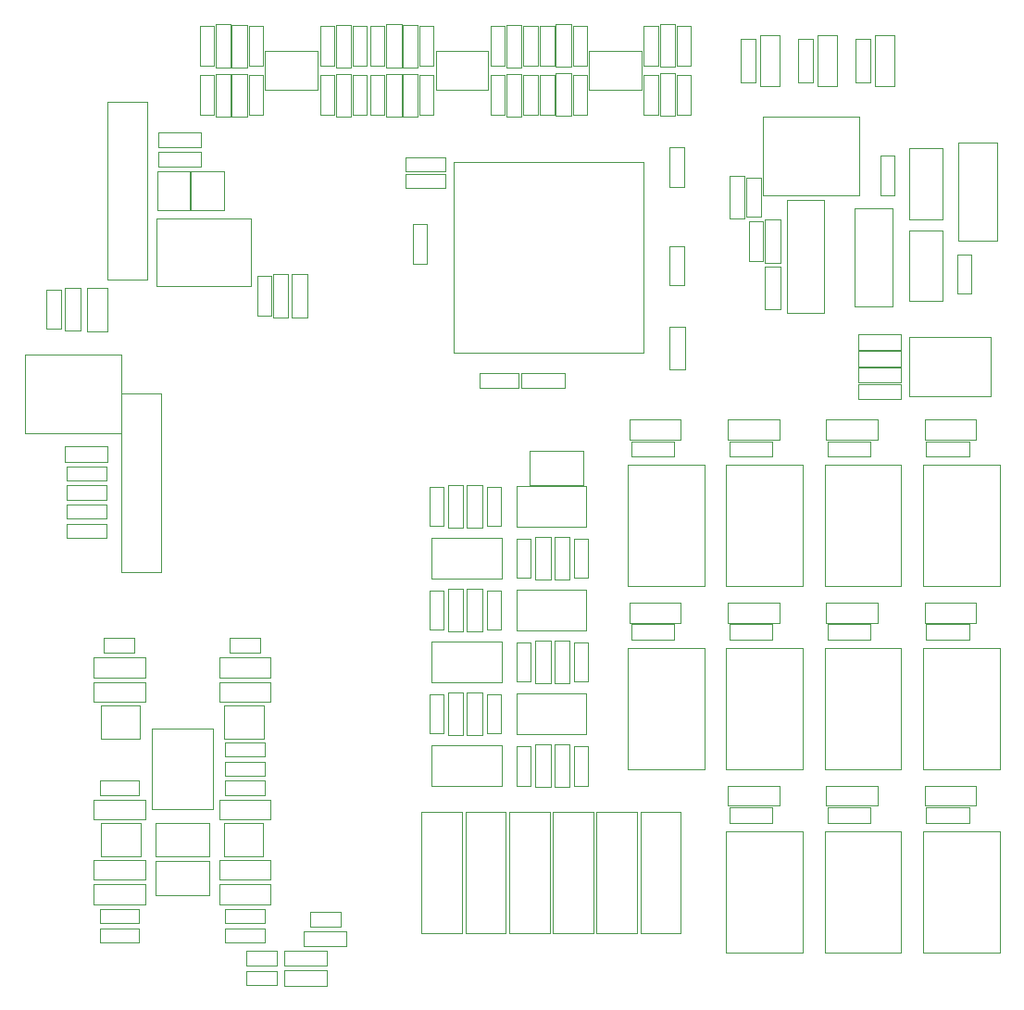
<source format=gbr>
G04 #@! TF.FileFunction,Other,User*
%FSLAX46Y46*%
G04 Gerber Fmt 4.6, Leading zero omitted, Abs format (unit mm)*
G04 Created by KiCad (PCBNEW 4.0.2-stable) date 26.04.2018 20:03:19*
%MOMM*%
G01*
G04 APERTURE LIST*
%ADD10C,0.100000*%
%ADD11C,0.050000*%
G04 APERTURE END LIST*
D10*
D11*
X59950000Y-88450000D02*
X59950000Y-104750000D01*
X59950000Y-104750000D02*
X63550000Y-104750000D01*
X63550000Y-104750000D02*
X63550000Y-88450000D01*
X63550000Y-88450000D02*
X59950000Y-88450000D01*
X96100000Y-114800000D02*
X96100000Y-111200000D01*
X96100000Y-114800000D02*
X97400000Y-114800000D01*
X97400000Y-111200000D02*
X96100000Y-111200000D01*
X97400000Y-111200000D02*
X97400000Y-114800000D01*
X94650000Y-115950000D02*
X94650000Y-119550000D01*
X94650000Y-115950000D02*
X93350000Y-115950000D01*
X93350000Y-119550000D02*
X94650000Y-119550000D01*
X93350000Y-119550000D02*
X93350000Y-115950000D01*
X101350000Y-114800000D02*
X101350000Y-111200000D01*
X101350000Y-114800000D02*
X102650000Y-114800000D01*
X102650000Y-111200000D02*
X101350000Y-111200000D01*
X102650000Y-111200000D02*
X102650000Y-114800000D01*
X89400000Y-115950000D02*
X89400000Y-119550000D01*
X89400000Y-115950000D02*
X88100000Y-115950000D01*
X88100000Y-119550000D02*
X89400000Y-119550000D01*
X88100000Y-119550000D02*
X88100000Y-115950000D01*
X94650000Y-96950000D02*
X94650000Y-100550000D01*
X94650000Y-96950000D02*
X93350000Y-96950000D01*
X93350000Y-100550000D02*
X94650000Y-100550000D01*
X93350000Y-100550000D02*
X93350000Y-96950000D01*
X96100000Y-105300000D02*
X96100000Y-101700000D01*
X96100000Y-105300000D02*
X97400000Y-105300000D01*
X97400000Y-101700000D02*
X96100000Y-101700000D01*
X97400000Y-101700000D02*
X97400000Y-105300000D01*
X89400000Y-96950000D02*
X89400000Y-100550000D01*
X89400000Y-96950000D02*
X88100000Y-96950000D01*
X88100000Y-100550000D02*
X89400000Y-100550000D01*
X88100000Y-100550000D02*
X88100000Y-96950000D01*
X101350000Y-105300000D02*
X101350000Y-101700000D01*
X101350000Y-105300000D02*
X102650000Y-105300000D01*
X102650000Y-101700000D02*
X101350000Y-101700000D01*
X102650000Y-101700000D02*
X102650000Y-105300000D01*
X96100000Y-124300000D02*
X96100000Y-120700000D01*
X96100000Y-124300000D02*
X97400000Y-124300000D01*
X97400000Y-120700000D02*
X96100000Y-120700000D01*
X97400000Y-120700000D02*
X97400000Y-124300000D01*
X94650000Y-106450000D02*
X94650000Y-110050000D01*
X94650000Y-106450000D02*
X93350000Y-106450000D01*
X93350000Y-110050000D02*
X94650000Y-110050000D01*
X93350000Y-110050000D02*
X93350000Y-106450000D01*
X101350000Y-124300000D02*
X101350000Y-120700000D01*
X101350000Y-124300000D02*
X102650000Y-124300000D01*
X102650000Y-120700000D02*
X101350000Y-120700000D01*
X102650000Y-120700000D02*
X102650000Y-124300000D01*
X89400000Y-106450000D02*
X89400000Y-110050000D01*
X89400000Y-106450000D02*
X88100000Y-106450000D01*
X88100000Y-110050000D02*
X89400000Y-110050000D01*
X88100000Y-110050000D02*
X88100000Y-106450000D01*
X132000000Y-80000000D02*
X132000000Y-73500000D01*
X132000000Y-80000000D02*
X135000000Y-80000000D01*
X135000000Y-73500000D02*
X132000000Y-73500000D01*
X135000000Y-73500000D02*
X135000000Y-80000000D01*
X136350000Y-79300000D02*
X136350000Y-75700000D01*
X136350000Y-79300000D02*
X137650000Y-79300000D01*
X137650000Y-75700000D02*
X136350000Y-75700000D01*
X137650000Y-75700000D02*
X137650000Y-79300000D01*
X130650000Y-66700000D02*
X130650000Y-70300000D01*
X130650000Y-66700000D02*
X129350000Y-66700000D01*
X129350000Y-70300000D02*
X130650000Y-70300000D01*
X129350000Y-70300000D02*
X129350000Y-66700000D01*
X135000000Y-66000000D02*
X135000000Y-72500000D01*
X135000000Y-66000000D02*
X132000000Y-66000000D01*
X132000000Y-72500000D02*
X135000000Y-72500000D01*
X132000000Y-72500000D02*
X132000000Y-66000000D01*
X69450000Y-135600000D02*
X73050000Y-135600000D01*
X69450000Y-135600000D02*
X69450000Y-136900000D01*
X73050000Y-136900000D02*
X73050000Y-135600000D01*
X73050000Y-136900000D02*
X69450000Y-136900000D01*
X61550000Y-136900000D02*
X57950000Y-136900000D01*
X61550000Y-136900000D02*
X61550000Y-135600000D01*
X57950000Y-135600000D02*
X57950000Y-136900000D01*
X57950000Y-135600000D02*
X61550000Y-135600000D01*
X69450000Y-137350000D02*
X73050000Y-137350000D01*
X69450000Y-137350000D02*
X69450000Y-138650000D01*
X73050000Y-138650000D02*
X73050000Y-137350000D01*
X73050000Y-138650000D02*
X69450000Y-138650000D01*
X61550000Y-138650000D02*
X57950000Y-138650000D01*
X61550000Y-138650000D02*
X61550000Y-137350000D01*
X57950000Y-137350000D02*
X57950000Y-138650000D01*
X57950000Y-137350000D02*
X61550000Y-137350000D01*
X69450000Y-122100000D02*
X73050000Y-122100000D01*
X69450000Y-122100000D02*
X69450000Y-123400000D01*
X73050000Y-123400000D02*
X73050000Y-122100000D01*
X73050000Y-123400000D02*
X69450000Y-123400000D01*
X73050000Y-125150000D02*
X69450000Y-125150000D01*
X73050000Y-125150000D02*
X73050000Y-123850000D01*
X69450000Y-123850000D02*
X69450000Y-125150000D01*
X69450000Y-123850000D02*
X73050000Y-123850000D01*
X57950000Y-123850000D02*
X61550000Y-123850000D01*
X57950000Y-123850000D02*
X57950000Y-125150000D01*
X61550000Y-125150000D02*
X61550000Y-123850000D01*
X61550000Y-125150000D02*
X57950000Y-125150000D01*
X69450000Y-120350000D02*
X73050000Y-120350000D01*
X69450000Y-120350000D02*
X69450000Y-121650000D01*
X73050000Y-121650000D02*
X73050000Y-120350000D01*
X73050000Y-121650000D02*
X69450000Y-121650000D01*
X58550000Y-96400000D02*
X54950000Y-96400000D01*
X58550000Y-96400000D02*
X58550000Y-95100000D01*
X54950000Y-95100000D02*
X54950000Y-96400000D01*
X54950000Y-95100000D02*
X58550000Y-95100000D01*
X58550000Y-98150000D02*
X54950000Y-98150000D01*
X58550000Y-98150000D02*
X58550000Y-96850000D01*
X54950000Y-96850000D02*
X54950000Y-98150000D01*
X54950000Y-96850000D02*
X58550000Y-96850000D01*
X54950000Y-98600000D02*
X58550000Y-98600000D01*
X54950000Y-98600000D02*
X54950000Y-99900000D01*
X58550000Y-99900000D02*
X58550000Y-98600000D01*
X58550000Y-99900000D02*
X54950000Y-99900000D01*
X54950000Y-100350000D02*
X58550000Y-100350000D01*
X54950000Y-100350000D02*
X54950000Y-101650000D01*
X58550000Y-101650000D02*
X58550000Y-100350000D01*
X58550000Y-101650000D02*
X54950000Y-101650000D01*
X72350000Y-81300000D02*
X72350000Y-77700000D01*
X72350000Y-81300000D02*
X73650000Y-81300000D01*
X73650000Y-77700000D02*
X72350000Y-77700000D01*
X73650000Y-77700000D02*
X73650000Y-81300000D01*
X117350000Y-76300000D02*
X117350000Y-72700000D01*
X117350000Y-76300000D02*
X118650000Y-76300000D01*
X118650000Y-72700000D02*
X117350000Y-72700000D01*
X118650000Y-72700000D02*
X118650000Y-76300000D01*
X118400000Y-68700000D02*
X118400000Y-72300000D01*
X118400000Y-68700000D02*
X117100000Y-68700000D01*
X117100000Y-72300000D02*
X118400000Y-72300000D01*
X117100000Y-72300000D02*
X117100000Y-68700000D01*
X54400000Y-78950000D02*
X54400000Y-82550000D01*
X54400000Y-78950000D02*
X53100000Y-78950000D01*
X53100000Y-82550000D02*
X54400000Y-82550000D01*
X53100000Y-82550000D02*
X53100000Y-78950000D01*
X81100000Y-62950000D02*
X81100000Y-59350000D01*
X81100000Y-62950000D02*
X82400000Y-62950000D01*
X82400000Y-59350000D02*
X81100000Y-59350000D01*
X82400000Y-59350000D02*
X82400000Y-62950000D01*
X82400000Y-54850000D02*
X82400000Y-58450000D01*
X82400000Y-54850000D02*
X81100000Y-54850000D01*
X81100000Y-58450000D02*
X82400000Y-58450000D01*
X81100000Y-58450000D02*
X81100000Y-54850000D01*
X110725000Y-62925000D02*
X110725000Y-59325000D01*
X110725000Y-62925000D02*
X112025000Y-62925000D01*
X112025000Y-59325000D02*
X110725000Y-59325000D01*
X112025000Y-59325000D02*
X112025000Y-62925000D01*
X112025000Y-54825000D02*
X112025000Y-58425000D01*
X112025000Y-54825000D02*
X110725000Y-54825000D01*
X110725000Y-58425000D02*
X112025000Y-58425000D01*
X110725000Y-58425000D02*
X110725000Y-54825000D01*
X79400000Y-59350000D02*
X79400000Y-62950000D01*
X79400000Y-59350000D02*
X78100000Y-59350000D01*
X78100000Y-62950000D02*
X79400000Y-62950000D01*
X78100000Y-62950000D02*
X78100000Y-59350000D01*
X78100000Y-58450000D02*
X78100000Y-54850000D01*
X78100000Y-58450000D02*
X79400000Y-58450000D01*
X79400000Y-54850000D02*
X78100000Y-54850000D01*
X79400000Y-54850000D02*
X79400000Y-58450000D01*
X109025000Y-59325000D02*
X109025000Y-62925000D01*
X109025000Y-59325000D02*
X107725000Y-59325000D01*
X107725000Y-62925000D02*
X109025000Y-62925000D01*
X107725000Y-62925000D02*
X107725000Y-59325000D01*
X107725000Y-58425000D02*
X107725000Y-54825000D01*
X107725000Y-58425000D02*
X109025000Y-58425000D01*
X109025000Y-54825000D02*
X107725000Y-54825000D01*
X109025000Y-54825000D02*
X109025000Y-58425000D01*
X68400000Y-54850000D02*
X68400000Y-58450000D01*
X68400000Y-54850000D02*
X67100000Y-54850000D01*
X67100000Y-58450000D02*
X68400000Y-58450000D01*
X67100000Y-58450000D02*
X67100000Y-54850000D01*
X67100000Y-62950000D02*
X67100000Y-59350000D01*
X67100000Y-62950000D02*
X68400000Y-62950000D01*
X68400000Y-59350000D02*
X67100000Y-59350000D01*
X68400000Y-59350000D02*
X68400000Y-62950000D01*
X99525000Y-54825000D02*
X99525000Y-58425000D01*
X99525000Y-54825000D02*
X98225000Y-54825000D01*
X98225000Y-58425000D02*
X99525000Y-58425000D01*
X98225000Y-58425000D02*
X98225000Y-54825000D01*
X98225000Y-62925000D02*
X98225000Y-59325000D01*
X98225000Y-62925000D02*
X99525000Y-62925000D01*
X99525000Y-59325000D02*
X98225000Y-59325000D01*
X99525000Y-59325000D02*
X99525000Y-62925000D01*
X71600000Y-58450000D02*
X71600000Y-54850000D01*
X71600000Y-58450000D02*
X72900000Y-58450000D01*
X72900000Y-54850000D02*
X71600000Y-54850000D01*
X72900000Y-54850000D02*
X72900000Y-58450000D01*
X72900000Y-59350000D02*
X72900000Y-62950000D01*
X72900000Y-59350000D02*
X71600000Y-59350000D01*
X71600000Y-62950000D02*
X72900000Y-62950000D01*
X71600000Y-62950000D02*
X71600000Y-59350000D01*
X101225000Y-58425000D02*
X101225000Y-54825000D01*
X101225000Y-58425000D02*
X102525000Y-58425000D01*
X102525000Y-54825000D02*
X101225000Y-54825000D01*
X102525000Y-54825000D02*
X102525000Y-58425000D01*
X102525000Y-59325000D02*
X102525000Y-62925000D01*
X102525000Y-59325000D02*
X101225000Y-59325000D01*
X101225000Y-62925000D02*
X102525000Y-62925000D01*
X101225000Y-62925000D02*
X101225000Y-59325000D01*
X96700000Y-62950000D02*
X96700000Y-59350000D01*
X96700000Y-62950000D02*
X98000000Y-62950000D01*
X98000000Y-59350000D02*
X96700000Y-59350000D01*
X98000000Y-59350000D02*
X98000000Y-62950000D01*
X98000000Y-54850000D02*
X98000000Y-58450000D01*
X98000000Y-54850000D02*
X96700000Y-54850000D01*
X96700000Y-58450000D02*
X98000000Y-58450000D01*
X96700000Y-58450000D02*
X96700000Y-54850000D01*
X95000000Y-59350000D02*
X95000000Y-62950000D01*
X95000000Y-59350000D02*
X93700000Y-59350000D01*
X93700000Y-62950000D02*
X95000000Y-62950000D01*
X93700000Y-62950000D02*
X93700000Y-59350000D01*
X93700000Y-58450000D02*
X93700000Y-54850000D01*
X93700000Y-58450000D02*
X95000000Y-58450000D01*
X95000000Y-54850000D02*
X93700000Y-54850000D01*
X95000000Y-54850000D02*
X95000000Y-58450000D01*
X84000000Y-54850000D02*
X84000000Y-58450000D01*
X84000000Y-54850000D02*
X82700000Y-54850000D01*
X82700000Y-58450000D02*
X84000000Y-58450000D01*
X82700000Y-58450000D02*
X82700000Y-54850000D01*
X82700000Y-62950000D02*
X82700000Y-59350000D01*
X82700000Y-62950000D02*
X84000000Y-62950000D01*
X84000000Y-59350000D02*
X82700000Y-59350000D01*
X84000000Y-59350000D02*
X84000000Y-62950000D01*
X87200000Y-58450000D02*
X87200000Y-54850000D01*
X87200000Y-58450000D02*
X88500000Y-58450000D01*
X88500000Y-54850000D02*
X87200000Y-54850000D01*
X88500000Y-54850000D02*
X88500000Y-58450000D01*
X88500000Y-59350000D02*
X88500000Y-62950000D01*
X88500000Y-59350000D02*
X87200000Y-59350000D01*
X87200000Y-62950000D02*
X88500000Y-62950000D01*
X87200000Y-62950000D02*
X87200000Y-59350000D01*
X89550000Y-69650000D02*
X85950000Y-69650000D01*
X89550000Y-69650000D02*
X89550000Y-68350000D01*
X85950000Y-68350000D02*
X85950000Y-69650000D01*
X85950000Y-68350000D02*
X89550000Y-68350000D01*
X87900000Y-72950000D02*
X87900000Y-76550000D01*
X87900000Y-72950000D02*
X86600000Y-72950000D01*
X86600000Y-76550000D02*
X87900000Y-76550000D01*
X86600000Y-76550000D02*
X86600000Y-72950000D01*
X92700000Y-86600000D02*
X96300000Y-86600000D01*
X92700000Y-86600000D02*
X92700000Y-87900000D01*
X96300000Y-87900000D02*
X96300000Y-86600000D01*
X96300000Y-87900000D02*
X92700000Y-87900000D01*
X110100000Y-78550000D02*
X110100000Y-74950000D01*
X110100000Y-78550000D02*
X111400000Y-78550000D01*
X111400000Y-74950000D02*
X110100000Y-74950000D01*
X111400000Y-74950000D02*
X111400000Y-78550000D01*
X111400000Y-65950000D02*
X111400000Y-69550000D01*
X111400000Y-65950000D02*
X110100000Y-65950000D01*
X110100000Y-69550000D02*
X111400000Y-69550000D01*
X110100000Y-69550000D02*
X110100000Y-65950000D01*
X89550000Y-68150000D02*
X85950000Y-68150000D01*
X89550000Y-68150000D02*
X89550000Y-66850000D01*
X85950000Y-66850000D02*
X85950000Y-68150000D01*
X85950000Y-66850000D02*
X89550000Y-66850000D01*
X120800000Y-81100000D02*
X124200000Y-81100000D01*
X124200000Y-81100000D02*
X124200000Y-70750000D01*
X124200000Y-70750000D02*
X120800000Y-70750000D01*
X120800000Y-70750000D02*
X120800000Y-81100000D01*
X130500000Y-71500000D02*
X130500000Y-80500000D01*
X130500000Y-80500000D02*
X127000000Y-80500000D01*
X127000000Y-80500000D02*
X127000000Y-71500000D01*
X127000000Y-71500000D02*
X130500000Y-71500000D01*
X140000000Y-65500000D02*
X140000000Y-74500000D01*
X140000000Y-74500000D02*
X136500000Y-74500000D01*
X136500000Y-74500000D02*
X136500000Y-65500000D01*
X136500000Y-65500000D02*
X140000000Y-65500000D01*
X130650000Y-55650000D02*
X130650000Y-60350000D01*
X130650000Y-55650000D02*
X128850000Y-55650000D01*
X128850000Y-60350000D02*
X130650000Y-60350000D01*
X128850000Y-60350000D02*
X128850000Y-55650000D01*
X125400000Y-55650000D02*
X125400000Y-60350000D01*
X125400000Y-55650000D02*
X123600000Y-55650000D01*
X123600000Y-60350000D02*
X125400000Y-60350000D01*
X123600000Y-60350000D02*
X123600000Y-55650000D01*
X120150000Y-55650000D02*
X120150000Y-60350000D01*
X120150000Y-55650000D02*
X118350000Y-55650000D01*
X118350000Y-60350000D02*
X120150000Y-60350000D01*
X118350000Y-60350000D02*
X118350000Y-55650000D01*
X56800000Y-82750000D02*
X56800000Y-78750000D01*
X56800000Y-78750000D02*
X58700000Y-78750000D01*
X58700000Y-82750000D02*
X58700000Y-78750000D01*
X56800000Y-82750000D02*
X58700000Y-82750000D01*
X90300000Y-67300000D02*
X90300000Y-84700000D01*
X107700000Y-67300000D02*
X107700000Y-84700000D01*
X90300000Y-67300000D02*
X107700000Y-67300000D01*
X90300000Y-84700000D02*
X107700000Y-84700000D01*
X63200000Y-68100000D02*
X63200000Y-71700000D01*
X63200000Y-71700000D02*
X66300000Y-71700000D01*
X66300000Y-71700000D02*
X66300000Y-68100000D01*
X66300000Y-68100000D02*
X63200000Y-68100000D01*
X66200000Y-68100000D02*
X66200000Y-71700000D01*
X66200000Y-71700000D02*
X69300000Y-71700000D01*
X69300000Y-71700000D02*
X69300000Y-68100000D01*
X69300000Y-68100000D02*
X66200000Y-68100000D01*
X72900000Y-127700000D02*
X69300000Y-127700000D01*
X69300000Y-127700000D02*
X69300000Y-130800000D01*
X69300000Y-130800000D02*
X72900000Y-130800000D01*
X72900000Y-130800000D02*
X72900000Y-127700000D01*
X58100000Y-130800000D02*
X61700000Y-130800000D01*
X61700000Y-130800000D02*
X61700000Y-127700000D01*
X61700000Y-127700000D02*
X58100000Y-127700000D01*
X58100000Y-127700000D02*
X58100000Y-130800000D01*
X69350000Y-120050000D02*
X72950000Y-120050000D01*
X72950000Y-120050000D02*
X72950000Y-116950000D01*
X72950000Y-116950000D02*
X69350000Y-116950000D01*
X69350000Y-116950000D02*
X69350000Y-120050000D01*
X61650000Y-116950000D02*
X58050000Y-116950000D01*
X58050000Y-116950000D02*
X58050000Y-120050000D01*
X58050000Y-120050000D02*
X61650000Y-120050000D01*
X61650000Y-120050000D02*
X61650000Y-116950000D01*
X102150000Y-93700000D02*
X97300000Y-93700000D01*
X97300000Y-93700000D02*
X97300000Y-96800000D01*
X97300000Y-96800000D02*
X102150000Y-96800000D01*
X102150000Y-96800000D02*
X102150000Y-93700000D01*
X122250000Y-128450000D02*
X115250000Y-128450000D01*
X115250000Y-128450000D02*
X115250000Y-139550000D01*
X115250000Y-139550000D02*
X122250000Y-139550000D01*
X122250000Y-139550000D02*
X122250000Y-128450000D01*
X131250000Y-128450000D02*
X124250000Y-128450000D01*
X124250000Y-128450000D02*
X124250000Y-139550000D01*
X124250000Y-139550000D02*
X131250000Y-139550000D01*
X131250000Y-139550000D02*
X131250000Y-128450000D01*
X122250000Y-111700000D02*
X115250000Y-111700000D01*
X115250000Y-111700000D02*
X115250000Y-122800000D01*
X115250000Y-122800000D02*
X122250000Y-122800000D01*
X122250000Y-122800000D02*
X122250000Y-111700000D01*
X140250000Y-128450000D02*
X133250000Y-128450000D01*
X133250000Y-128450000D02*
X133250000Y-139550000D01*
X133250000Y-139550000D02*
X140250000Y-139550000D01*
X140250000Y-139550000D02*
X140250000Y-128450000D01*
X132020000Y-83300000D02*
X132020000Y-88700000D01*
X139480000Y-83300000D02*
X139480000Y-88700000D01*
X132020000Y-83300000D02*
X139480000Y-83300000D01*
X132020000Y-88700000D02*
X139480000Y-88700000D01*
X140250000Y-111700000D02*
X133250000Y-111700000D01*
X133250000Y-111700000D02*
X133250000Y-122800000D01*
X133250000Y-122800000D02*
X140250000Y-122800000D01*
X140250000Y-122800000D02*
X140250000Y-111700000D01*
X131250000Y-111700000D02*
X124250000Y-111700000D01*
X124250000Y-111700000D02*
X124250000Y-122800000D01*
X124250000Y-122800000D02*
X131250000Y-122800000D01*
X131250000Y-122800000D02*
X131250000Y-111700000D01*
X113250000Y-94950000D02*
X106250000Y-94950000D01*
X106250000Y-94950000D02*
X106250000Y-106050000D01*
X106250000Y-106050000D02*
X113250000Y-106050000D01*
X113250000Y-106050000D02*
X113250000Y-94950000D01*
X131250000Y-94950000D02*
X124250000Y-94950000D01*
X124250000Y-94950000D02*
X124250000Y-106050000D01*
X124250000Y-106050000D02*
X131250000Y-106050000D01*
X131250000Y-106050000D02*
X131250000Y-94950000D01*
X140250000Y-94950000D02*
X133250000Y-94950000D01*
X133250000Y-94950000D02*
X133250000Y-106050000D01*
X133250000Y-106050000D02*
X140250000Y-106050000D01*
X140250000Y-106050000D02*
X140250000Y-94950000D01*
X113250000Y-111700000D02*
X106250000Y-111700000D01*
X106250000Y-111700000D02*
X106250000Y-122800000D01*
X106250000Y-122800000D02*
X113250000Y-122800000D01*
X113250000Y-122800000D02*
X113250000Y-111700000D01*
X122250000Y-94950000D02*
X115250000Y-94950000D01*
X115250000Y-94950000D02*
X115250000Y-106050000D01*
X115250000Y-106050000D02*
X122250000Y-106050000D01*
X122250000Y-106050000D02*
X122250000Y-94950000D01*
X96050000Y-106400000D02*
X96050000Y-110100000D01*
X102450000Y-106400000D02*
X102450000Y-110100000D01*
X96050000Y-106400000D02*
X102450000Y-106400000D01*
X96050000Y-110100000D02*
X102450000Y-110100000D01*
X94700000Y-124350000D02*
X94700000Y-120650000D01*
X88300000Y-124350000D02*
X88300000Y-120650000D01*
X94700000Y-124350000D02*
X88300000Y-124350000D01*
X94700000Y-120650000D02*
X88300000Y-120650000D01*
X94700000Y-105350000D02*
X94700000Y-101650000D01*
X88300000Y-105350000D02*
X88300000Y-101650000D01*
X94700000Y-105350000D02*
X88300000Y-105350000D01*
X94700000Y-101650000D02*
X88300000Y-101650000D01*
X96050000Y-96900000D02*
X96050000Y-100600000D01*
X102450000Y-96900000D02*
X102450000Y-100600000D01*
X96050000Y-96900000D02*
X102450000Y-96900000D01*
X96050000Y-100600000D02*
X102450000Y-100600000D01*
X96050000Y-115900000D02*
X96050000Y-119600000D01*
X102450000Y-115900000D02*
X102450000Y-119600000D01*
X96050000Y-115900000D02*
X102450000Y-115900000D01*
X96050000Y-119600000D02*
X102450000Y-119600000D01*
X94700000Y-114850000D02*
X94700000Y-111150000D01*
X88300000Y-114850000D02*
X88300000Y-111150000D01*
X94700000Y-114850000D02*
X88300000Y-114850000D01*
X94700000Y-111150000D02*
X88300000Y-111150000D01*
X120100000Y-126150000D02*
X115400000Y-126150000D01*
X120100000Y-126150000D02*
X120100000Y-124350000D01*
X115400000Y-124350000D02*
X115400000Y-126150000D01*
X115400000Y-124350000D02*
X120100000Y-124350000D01*
X119460000Y-127700000D02*
X115550000Y-127700000D01*
X119460000Y-127700000D02*
X119460000Y-126300000D01*
X115550000Y-126300000D02*
X115550000Y-127700000D01*
X115550000Y-126300000D02*
X119460000Y-126300000D01*
X129100000Y-126150000D02*
X124400000Y-126150000D01*
X129100000Y-126150000D02*
X129100000Y-124350000D01*
X124400000Y-124350000D02*
X124400000Y-126150000D01*
X124400000Y-124350000D02*
X129100000Y-124350000D01*
X128460000Y-127700000D02*
X124550000Y-127700000D01*
X128460000Y-127700000D02*
X128460000Y-126300000D01*
X124550000Y-126300000D02*
X124550000Y-127700000D01*
X124550000Y-126300000D02*
X128460000Y-126300000D01*
X120100000Y-109400000D02*
X115400000Y-109400000D01*
X120100000Y-109400000D02*
X120100000Y-107600000D01*
X115400000Y-107600000D02*
X115400000Y-109400000D01*
X115400000Y-107600000D02*
X120100000Y-107600000D01*
X119460000Y-110950000D02*
X115550000Y-110950000D01*
X119460000Y-110950000D02*
X119460000Y-109550000D01*
X115550000Y-109550000D02*
X115550000Y-110950000D01*
X115550000Y-109550000D02*
X119460000Y-109550000D01*
X138100000Y-126150000D02*
X133400000Y-126150000D01*
X138100000Y-126150000D02*
X138100000Y-124350000D01*
X133400000Y-124350000D02*
X133400000Y-126150000D01*
X133400000Y-124350000D02*
X138100000Y-124350000D01*
X137460000Y-127700000D02*
X133550000Y-127700000D01*
X137460000Y-127700000D02*
X137460000Y-126300000D01*
X133550000Y-126300000D02*
X133550000Y-127700000D01*
X133550000Y-126300000D02*
X137460000Y-126300000D01*
X131210000Y-85950000D02*
X127300000Y-85950000D01*
X131210000Y-85950000D02*
X131210000Y-84550000D01*
X127300000Y-84550000D02*
X127300000Y-85950000D01*
X127300000Y-84550000D02*
X131210000Y-84550000D01*
X131210000Y-84450000D02*
X127300000Y-84450000D01*
X131210000Y-84450000D02*
X131210000Y-83050000D01*
X127300000Y-83050000D02*
X127300000Y-84450000D01*
X127300000Y-83050000D02*
X131210000Y-83050000D01*
X131210000Y-88950000D02*
X127300000Y-88950000D01*
X131210000Y-88950000D02*
X131210000Y-87550000D01*
X127300000Y-87550000D02*
X127300000Y-88950000D01*
X127300000Y-87550000D02*
X131210000Y-87550000D01*
X131210000Y-87450000D02*
X127300000Y-87450000D01*
X131210000Y-87450000D02*
X131210000Y-86050000D01*
X127300000Y-86050000D02*
X127300000Y-87450000D01*
X127300000Y-86050000D02*
X131210000Y-86050000D01*
X138100000Y-109400000D02*
X133400000Y-109400000D01*
X138100000Y-109400000D02*
X138100000Y-107600000D01*
X133400000Y-107600000D02*
X133400000Y-109400000D01*
X133400000Y-107600000D02*
X138100000Y-107600000D01*
X137460000Y-110950000D02*
X133550000Y-110950000D01*
X137460000Y-110950000D02*
X137460000Y-109550000D01*
X133550000Y-109550000D02*
X133550000Y-110950000D01*
X133550000Y-109550000D02*
X137460000Y-109550000D01*
X129100000Y-109400000D02*
X124400000Y-109400000D01*
X129100000Y-109400000D02*
X129100000Y-107600000D01*
X124400000Y-107600000D02*
X124400000Y-109400000D01*
X124400000Y-107600000D02*
X129100000Y-107600000D01*
X128460000Y-110950000D02*
X124550000Y-110950000D01*
X128460000Y-110950000D02*
X128460000Y-109550000D01*
X124550000Y-109550000D02*
X124550000Y-110950000D01*
X124550000Y-109550000D02*
X128460000Y-109550000D01*
X111100000Y-92650000D02*
X106400000Y-92650000D01*
X111100000Y-92650000D02*
X111100000Y-90850000D01*
X106400000Y-90850000D02*
X106400000Y-92650000D01*
X106400000Y-90850000D02*
X111100000Y-90850000D01*
X110460000Y-94200000D02*
X106550000Y-94200000D01*
X110460000Y-94200000D02*
X110460000Y-92800000D01*
X106550000Y-92800000D02*
X106550000Y-94200000D01*
X106550000Y-92800000D02*
X110460000Y-92800000D01*
X129100000Y-92650000D02*
X124400000Y-92650000D01*
X129100000Y-92650000D02*
X129100000Y-90850000D01*
X124400000Y-90850000D02*
X124400000Y-92650000D01*
X124400000Y-90850000D02*
X129100000Y-90850000D01*
X128460000Y-94200000D02*
X124550000Y-94200000D01*
X128460000Y-94200000D02*
X128460000Y-92800000D01*
X124550000Y-92800000D02*
X124550000Y-94200000D01*
X124550000Y-92800000D02*
X128460000Y-92800000D01*
X138100000Y-92650000D02*
X133400000Y-92650000D01*
X138100000Y-92650000D02*
X138100000Y-90850000D01*
X133400000Y-90850000D02*
X133400000Y-92650000D01*
X133400000Y-90850000D02*
X138100000Y-90850000D01*
X137460000Y-94200000D02*
X133550000Y-94200000D01*
X137460000Y-94200000D02*
X137460000Y-92800000D01*
X133550000Y-92800000D02*
X133550000Y-94200000D01*
X133550000Y-92800000D02*
X137460000Y-92800000D01*
X111100000Y-109400000D02*
X106400000Y-109400000D01*
X111100000Y-109400000D02*
X111100000Y-107600000D01*
X106400000Y-107600000D02*
X106400000Y-109400000D01*
X106400000Y-107600000D02*
X111100000Y-107600000D01*
X110460000Y-110950000D02*
X106550000Y-110950000D01*
X110460000Y-110950000D02*
X110460000Y-109550000D01*
X106550000Y-109550000D02*
X106550000Y-110950000D01*
X106550000Y-109550000D02*
X110460000Y-109550000D01*
X120100000Y-92650000D02*
X115400000Y-92650000D01*
X120100000Y-92650000D02*
X120100000Y-90850000D01*
X115400000Y-90850000D02*
X115400000Y-92650000D01*
X115400000Y-90850000D02*
X120100000Y-90850000D01*
X119460000Y-94200000D02*
X115550000Y-94200000D01*
X119460000Y-94200000D02*
X119460000Y-92800000D01*
X115550000Y-92800000D02*
X115550000Y-94200000D01*
X115550000Y-92800000D02*
X119460000Y-92800000D01*
X100950000Y-111040000D02*
X100950000Y-114950000D01*
X100950000Y-111040000D02*
X99550000Y-111040000D01*
X99550000Y-114950000D02*
X100950000Y-114950000D01*
X99550000Y-114950000D02*
X99550000Y-111040000D01*
X97800000Y-114960000D02*
X97800000Y-111050000D01*
X97800000Y-114960000D02*
X99200000Y-114960000D01*
X99200000Y-111050000D02*
X97800000Y-111050000D01*
X99200000Y-111050000D02*
X99200000Y-114960000D01*
X89800000Y-119710000D02*
X89800000Y-115800000D01*
X89800000Y-119710000D02*
X91200000Y-119710000D01*
X91200000Y-115800000D02*
X89800000Y-115800000D01*
X91200000Y-115800000D02*
X91200000Y-119710000D01*
X92950000Y-115790000D02*
X92950000Y-119700000D01*
X92950000Y-115790000D02*
X91550000Y-115790000D01*
X91550000Y-119700000D02*
X92950000Y-119700000D01*
X91550000Y-119700000D02*
X91550000Y-115790000D01*
X89800000Y-100710000D02*
X89800000Y-96800000D01*
X89800000Y-100710000D02*
X91200000Y-100710000D01*
X91200000Y-96800000D02*
X89800000Y-96800000D01*
X91200000Y-96800000D02*
X91200000Y-100710000D01*
X92950000Y-96790000D02*
X92950000Y-100700000D01*
X92950000Y-96790000D02*
X91550000Y-96790000D01*
X91550000Y-100700000D02*
X92950000Y-100700000D01*
X91550000Y-100700000D02*
X91550000Y-96790000D01*
X100950000Y-101540000D02*
X100950000Y-105450000D01*
X100950000Y-101540000D02*
X99550000Y-101540000D01*
X99550000Y-105450000D02*
X100950000Y-105450000D01*
X99550000Y-105450000D02*
X99550000Y-101540000D01*
X97800000Y-105460000D02*
X97800000Y-101550000D01*
X97800000Y-105460000D02*
X99200000Y-105460000D01*
X99200000Y-101550000D02*
X97800000Y-101550000D01*
X99200000Y-101550000D02*
X99200000Y-105460000D01*
X100950000Y-120540000D02*
X100950000Y-124450000D01*
X100950000Y-120540000D02*
X99550000Y-120540000D01*
X99550000Y-124450000D02*
X100950000Y-124450000D01*
X99550000Y-124450000D02*
X99550000Y-120540000D01*
X97800000Y-124460000D02*
X97800000Y-120550000D01*
X97800000Y-124460000D02*
X99200000Y-124460000D01*
X99200000Y-120550000D02*
X97800000Y-120550000D01*
X99200000Y-120550000D02*
X99200000Y-124460000D01*
X89800000Y-110210000D02*
X89800000Y-106300000D01*
X89800000Y-110210000D02*
X91200000Y-110210000D01*
X91200000Y-106300000D02*
X89800000Y-106300000D01*
X91200000Y-106300000D02*
X91200000Y-110210000D01*
X92950000Y-106290000D02*
X92950000Y-110200000D01*
X92950000Y-106290000D02*
X91550000Y-106290000D01*
X91550000Y-110200000D02*
X92950000Y-110200000D01*
X91550000Y-110200000D02*
X91550000Y-106290000D01*
X127050000Y-59960000D02*
X127050000Y-56050000D01*
X127050000Y-59960000D02*
X128450000Y-59960000D01*
X128450000Y-56050000D02*
X127050000Y-56050000D01*
X128450000Y-56050000D02*
X128450000Y-59960000D01*
X121800000Y-59960000D02*
X121800000Y-56050000D01*
X121800000Y-59960000D02*
X123200000Y-59960000D01*
X123200000Y-56050000D02*
X121800000Y-56050000D01*
X123200000Y-56050000D02*
X123200000Y-59960000D01*
X116550000Y-59960000D02*
X116550000Y-56050000D01*
X116550000Y-59960000D02*
X117950000Y-59960000D01*
X117950000Y-56050000D02*
X116550000Y-56050000D01*
X117950000Y-56050000D02*
X117950000Y-59960000D01*
X73600000Y-132900000D02*
X68900000Y-132900000D01*
X73600000Y-132900000D02*
X73600000Y-131100000D01*
X68900000Y-131100000D02*
X68900000Y-132900000D01*
X68900000Y-131100000D02*
X73600000Y-131100000D01*
X57400000Y-131100000D02*
X62100000Y-131100000D01*
X57400000Y-131100000D02*
X57400000Y-132900000D01*
X62100000Y-132900000D02*
X62100000Y-131100000D01*
X62100000Y-132900000D02*
X57400000Y-132900000D01*
X73600000Y-135150000D02*
X68900000Y-135150000D01*
X73600000Y-135150000D02*
X73600000Y-133350000D01*
X68900000Y-133350000D02*
X68900000Y-135150000D01*
X68900000Y-133350000D02*
X73600000Y-133350000D01*
X73600000Y-127400000D02*
X68900000Y-127400000D01*
X73600000Y-127400000D02*
X73600000Y-125600000D01*
X68900000Y-125600000D02*
X68900000Y-127400000D01*
X68900000Y-125600000D02*
X73600000Y-125600000D01*
X57400000Y-133350000D02*
X62100000Y-133350000D01*
X57400000Y-133350000D02*
X57400000Y-135150000D01*
X62100000Y-135150000D02*
X62100000Y-133350000D01*
X62100000Y-135150000D02*
X57400000Y-135150000D01*
X57400000Y-125600000D02*
X62100000Y-125600000D01*
X57400000Y-125600000D02*
X57400000Y-127400000D01*
X62100000Y-127400000D02*
X62100000Y-125600000D01*
X62100000Y-127400000D02*
X57400000Y-127400000D01*
X73600000Y-114400000D02*
X68900000Y-114400000D01*
X73600000Y-114400000D02*
X73600000Y-112600000D01*
X68900000Y-112600000D02*
X68900000Y-114400000D01*
X68900000Y-112600000D02*
X73600000Y-112600000D01*
X57400000Y-112600000D02*
X62100000Y-112600000D01*
X57400000Y-112600000D02*
X57400000Y-114400000D01*
X62100000Y-114400000D02*
X62100000Y-112600000D01*
X62100000Y-114400000D02*
X57400000Y-114400000D01*
X68900000Y-114850000D02*
X73600000Y-114850000D01*
X68900000Y-114850000D02*
X68900000Y-116650000D01*
X73600000Y-116650000D02*
X73600000Y-114850000D01*
X73600000Y-116650000D02*
X68900000Y-116650000D01*
X62100000Y-116650000D02*
X57400000Y-116650000D01*
X62100000Y-116650000D02*
X62100000Y-114850000D01*
X57400000Y-114850000D02*
X57400000Y-116650000D01*
X57400000Y-114850000D02*
X62100000Y-114850000D01*
X54790000Y-93300000D02*
X58700000Y-93300000D01*
X54790000Y-93300000D02*
X54790000Y-94700000D01*
X58700000Y-94700000D02*
X58700000Y-93300000D01*
X58700000Y-94700000D02*
X54790000Y-94700000D01*
X75550000Y-81460000D02*
X75550000Y-77550000D01*
X75550000Y-81460000D02*
X76950000Y-81460000D01*
X76950000Y-77550000D02*
X75550000Y-77550000D01*
X76950000Y-77550000D02*
X76950000Y-81460000D01*
X73800000Y-81460000D02*
X73800000Y-77550000D01*
X73800000Y-81460000D02*
X75200000Y-81460000D01*
X75200000Y-77550000D02*
X73800000Y-77550000D01*
X75200000Y-77550000D02*
X75200000Y-81460000D01*
X63290000Y-64550000D02*
X67200000Y-64550000D01*
X63290000Y-64550000D02*
X63290000Y-65950000D01*
X67200000Y-65950000D02*
X67200000Y-64550000D01*
X67200000Y-65950000D02*
X63290000Y-65950000D01*
X63290000Y-66300000D02*
X67200000Y-66300000D01*
X63290000Y-66300000D02*
X63290000Y-67700000D01*
X67200000Y-67700000D02*
X67200000Y-66300000D01*
X67200000Y-67700000D02*
X63290000Y-67700000D01*
X118800000Y-80710000D02*
X118800000Y-76800000D01*
X118800000Y-80710000D02*
X120200000Y-80710000D01*
X120200000Y-76800000D02*
X118800000Y-76800000D01*
X120200000Y-76800000D02*
X120200000Y-80710000D01*
X118800000Y-76460000D02*
X118800000Y-72550000D01*
X118800000Y-76460000D02*
X120200000Y-76460000D01*
X120200000Y-72550000D02*
X118800000Y-72550000D01*
X120200000Y-72550000D02*
X120200000Y-76460000D01*
X116950000Y-68540000D02*
X116950000Y-72450000D01*
X116950000Y-68540000D02*
X115550000Y-68540000D01*
X115550000Y-72450000D02*
X116950000Y-72450000D01*
X115550000Y-72450000D02*
X115550000Y-68540000D01*
X54800000Y-82710000D02*
X54800000Y-78800000D01*
X54800000Y-82710000D02*
X56200000Y-82710000D01*
X56200000Y-78800000D02*
X54800000Y-78800000D01*
X56200000Y-78800000D02*
X56200000Y-82710000D01*
X80950000Y-59190000D02*
X80950000Y-63100000D01*
X80950000Y-59190000D02*
X79550000Y-59190000D01*
X79550000Y-63100000D02*
X80950000Y-63100000D01*
X79550000Y-63100000D02*
X79550000Y-59190000D01*
X79550000Y-58610000D02*
X79550000Y-54700000D01*
X79550000Y-58610000D02*
X80950000Y-58610000D01*
X80950000Y-54700000D02*
X79550000Y-54700000D01*
X80950000Y-54700000D02*
X80950000Y-58610000D01*
X110575000Y-59165000D02*
X110575000Y-63075000D01*
X110575000Y-59165000D02*
X109175000Y-59165000D01*
X109175000Y-63075000D02*
X110575000Y-63075000D01*
X109175000Y-63075000D02*
X109175000Y-59165000D01*
X109175000Y-58585000D02*
X109175000Y-54675000D01*
X109175000Y-58585000D02*
X110575000Y-58585000D01*
X110575000Y-54675000D02*
X109175000Y-54675000D01*
X110575000Y-54675000D02*
X110575000Y-58585000D01*
X69950000Y-54690000D02*
X69950000Y-58600000D01*
X69950000Y-54690000D02*
X68550000Y-54690000D01*
X68550000Y-58600000D02*
X69950000Y-58600000D01*
X68550000Y-58600000D02*
X68550000Y-54690000D01*
X68550000Y-63110000D02*
X68550000Y-59200000D01*
X68550000Y-63110000D02*
X69950000Y-63110000D01*
X69950000Y-59200000D02*
X68550000Y-59200000D01*
X69950000Y-59200000D02*
X69950000Y-63110000D01*
X70050000Y-58610000D02*
X70050000Y-54700000D01*
X70050000Y-58610000D02*
X71450000Y-58610000D01*
X71450000Y-54700000D02*
X70050000Y-54700000D01*
X71450000Y-54700000D02*
X71450000Y-58610000D01*
X71450000Y-59190000D02*
X71450000Y-63100000D01*
X71450000Y-59190000D02*
X70050000Y-59190000D01*
X70050000Y-63100000D02*
X71450000Y-63100000D01*
X70050000Y-63100000D02*
X70050000Y-59190000D01*
X99675000Y-58585000D02*
X99675000Y-54675000D01*
X99675000Y-58585000D02*
X101075000Y-58585000D01*
X101075000Y-54675000D02*
X99675000Y-54675000D01*
X101075000Y-54675000D02*
X101075000Y-58585000D01*
X101075000Y-59165000D02*
X101075000Y-63075000D01*
X101075000Y-59165000D02*
X99675000Y-59165000D01*
X99675000Y-63075000D02*
X101075000Y-63075000D01*
X99675000Y-63075000D02*
X99675000Y-59165000D01*
X96550000Y-59190000D02*
X96550000Y-63100000D01*
X96550000Y-59190000D02*
X95150000Y-59190000D01*
X95150000Y-63100000D02*
X96550000Y-63100000D01*
X95150000Y-63100000D02*
X95150000Y-59190000D01*
X95150000Y-58610000D02*
X95150000Y-54700000D01*
X95150000Y-58610000D02*
X96550000Y-58610000D01*
X96550000Y-54700000D02*
X95150000Y-54700000D01*
X96550000Y-54700000D02*
X96550000Y-58610000D01*
X85550000Y-54690000D02*
X85550000Y-58600000D01*
X85550000Y-54690000D02*
X84150000Y-54690000D01*
X84150000Y-58600000D02*
X85550000Y-58600000D01*
X84150000Y-58600000D02*
X84150000Y-54690000D01*
X84150000Y-63110000D02*
X84150000Y-59200000D01*
X84150000Y-63110000D02*
X85550000Y-63110000D01*
X85550000Y-59200000D02*
X84150000Y-59200000D01*
X85550000Y-59200000D02*
X85550000Y-63110000D01*
X85650000Y-58610000D02*
X85650000Y-54700000D01*
X85650000Y-58610000D02*
X87050000Y-58610000D01*
X87050000Y-54700000D02*
X85650000Y-54700000D01*
X87050000Y-54700000D02*
X87050000Y-58610000D01*
X87050000Y-59190000D02*
X87050000Y-63100000D01*
X87050000Y-59190000D02*
X85650000Y-59190000D01*
X85650000Y-63100000D02*
X87050000Y-63100000D01*
X85650000Y-63100000D02*
X85650000Y-59190000D01*
X96540000Y-86550000D02*
X100450000Y-86550000D01*
X96540000Y-86550000D02*
X96540000Y-87950000D01*
X100450000Y-87950000D02*
X100450000Y-86550000D01*
X100450000Y-87950000D02*
X96540000Y-87950000D01*
X110100000Y-86260000D02*
X110100000Y-82350000D01*
X110100000Y-86260000D02*
X111500000Y-86260000D01*
X111500000Y-82350000D02*
X110100000Y-82350000D01*
X111500000Y-82350000D02*
X111500000Y-86260000D01*
X118600000Y-70350000D02*
X127400000Y-70350000D01*
X118600000Y-63150000D02*
X118600000Y-70350000D01*
X127400000Y-63150000D02*
X118600000Y-63150000D01*
X127400000Y-70350000D02*
X127400000Y-63150000D01*
X68350000Y-119050000D02*
X62700000Y-119050000D01*
X68350000Y-126450000D02*
X62700000Y-126450000D01*
X68350000Y-119050000D02*
X68350000Y-126450000D01*
X62700000Y-119050000D02*
X62700000Y-126450000D01*
X62300000Y-78050000D02*
X62300000Y-61750000D01*
X62300000Y-61750000D02*
X58700000Y-61750000D01*
X58700000Y-61750000D02*
X58700000Y-78050000D01*
X58700000Y-78050000D02*
X62300000Y-78050000D01*
X71800000Y-72450000D02*
X63150000Y-72450000D01*
X63150000Y-72450000D02*
X63150000Y-78600000D01*
X63150000Y-78600000D02*
X71800000Y-78600000D01*
X71800000Y-78600000D02*
X71800000Y-72450000D01*
X77900000Y-57100000D02*
X77900000Y-60700000D01*
X73100000Y-57100000D02*
X77900000Y-57100000D01*
X73100000Y-60700000D02*
X73100000Y-57100000D01*
X77900000Y-60700000D02*
X73100000Y-60700000D01*
X107525000Y-57075000D02*
X107525000Y-60675000D01*
X102725000Y-57075000D02*
X107525000Y-57075000D01*
X102725000Y-60675000D02*
X102725000Y-57075000D01*
X107525000Y-60675000D02*
X102725000Y-60675000D01*
X93500000Y-57100000D02*
X93500000Y-60700000D01*
X88700000Y-57100000D02*
X93500000Y-57100000D01*
X88700000Y-60700000D02*
X88700000Y-57100000D01*
X93500000Y-60700000D02*
X88700000Y-60700000D01*
X51100000Y-92100000D02*
X59900000Y-92100000D01*
X51100000Y-84900000D02*
X51100000Y-92100000D01*
X59900000Y-84900000D02*
X51100000Y-84900000D01*
X59900000Y-92100000D02*
X59900000Y-84900000D01*
X63100000Y-130800000D02*
X67950000Y-130800000D01*
X67950000Y-130800000D02*
X67950000Y-127700000D01*
X67950000Y-127700000D02*
X63100000Y-127700000D01*
X63100000Y-127700000D02*
X63100000Y-130800000D01*
X63100000Y-134300000D02*
X67950000Y-134300000D01*
X67950000Y-134300000D02*
X67950000Y-131200000D01*
X67950000Y-131200000D02*
X63100000Y-131200000D01*
X63100000Y-131200000D02*
X63100000Y-134300000D01*
X87400000Y-137810000D02*
X87400000Y-126700000D01*
X87400000Y-137810000D02*
X91100000Y-137810000D01*
X91100000Y-126700000D02*
X87400000Y-126700000D01*
X91100000Y-126700000D02*
X91100000Y-137810000D01*
X103400000Y-137810000D02*
X103400000Y-126700000D01*
X103400000Y-137810000D02*
X107100000Y-137810000D01*
X107100000Y-126700000D02*
X103400000Y-126700000D01*
X107100000Y-126700000D02*
X107100000Y-137810000D01*
X95400000Y-137810000D02*
X95400000Y-126700000D01*
X95400000Y-137810000D02*
X99100000Y-137810000D01*
X99100000Y-126700000D02*
X95400000Y-126700000D01*
X99100000Y-126700000D02*
X99100000Y-137810000D01*
X107400000Y-137810000D02*
X107400000Y-126700000D01*
X107400000Y-137810000D02*
X111100000Y-137810000D01*
X111100000Y-126700000D02*
X107400000Y-126700000D01*
X111100000Y-126700000D02*
X111100000Y-137810000D01*
X99400000Y-137810000D02*
X99400000Y-126700000D01*
X99400000Y-137810000D02*
X103100000Y-137810000D01*
X103100000Y-126700000D02*
X99400000Y-126700000D01*
X103100000Y-126700000D02*
X103100000Y-137810000D01*
X91400000Y-137810000D02*
X91400000Y-126700000D01*
X91400000Y-137810000D02*
X95100000Y-137810000D01*
X95100000Y-126700000D02*
X91400000Y-126700000D01*
X95100000Y-126700000D02*
X95100000Y-137810000D01*
X74200000Y-142570000D02*
X74200000Y-141230000D01*
X71400000Y-142570000D02*
X74200000Y-142570000D01*
X71400000Y-141230000D02*
X71400000Y-142570000D01*
X74200000Y-141230000D02*
X71400000Y-141230000D01*
X74200000Y-140770000D02*
X74200000Y-139430000D01*
X71400000Y-140770000D02*
X74200000Y-140770000D01*
X71400000Y-139430000D02*
X71400000Y-140770000D01*
X74200000Y-139430000D02*
X71400000Y-139430000D01*
X77200000Y-135830000D02*
X77200000Y-137170000D01*
X80000000Y-135830000D02*
X77200000Y-135830000D01*
X80000000Y-137170000D02*
X80000000Y-135830000D01*
X77200000Y-137170000D02*
X80000000Y-137170000D01*
X72600000Y-112170000D02*
X72600000Y-110830000D01*
X69800000Y-112170000D02*
X72600000Y-112170000D01*
X69800000Y-110830000D02*
X69800000Y-112170000D01*
X72600000Y-110830000D02*
X69800000Y-110830000D01*
X58300000Y-110830000D02*
X58300000Y-112170000D01*
X61100000Y-110830000D02*
X58300000Y-110830000D01*
X61100000Y-112170000D02*
X61100000Y-110830000D01*
X58300000Y-112170000D02*
X61100000Y-112170000D01*
X74840000Y-141200000D02*
X78750000Y-141200000D01*
X74840000Y-141200000D02*
X74840000Y-142600000D01*
X78750000Y-142600000D02*
X78750000Y-141200000D01*
X78750000Y-142600000D02*
X74840000Y-142600000D01*
X74840000Y-139400000D02*
X78750000Y-139400000D01*
X74840000Y-139400000D02*
X74840000Y-140800000D01*
X78750000Y-140800000D02*
X78750000Y-139400000D01*
X78750000Y-140800000D02*
X74840000Y-140800000D01*
X76640000Y-137600000D02*
X80550000Y-137600000D01*
X76640000Y-137600000D02*
X76640000Y-139000000D01*
X80550000Y-139000000D02*
X80550000Y-137600000D01*
X80550000Y-139000000D02*
X76640000Y-139000000D01*
M02*

</source>
